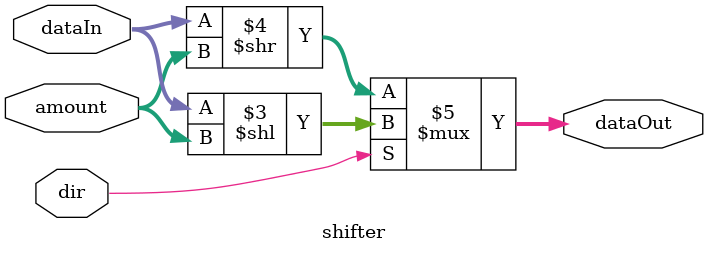
<source format=v>
`timescale 1ns / 1ps
module shifter(dataIn,amount,dir,dataOut);

function integer log2;
  input integer value;
  begin
    value = value-1;
    for (log2=0; value>0; log2=log2+1)
      value = value>>1;
  end
endfunction

   parameter data_width_in = 8;
	parameter shiftAmount = 10;
	localparam shiftBits = log2(shiftAmount);	
	parameter data_width_out = shiftAmount+data_width_in;
	
	input dir;
	input signed[data_width_in-1:0] dataIn;
	input[shiftBits-1:0] amount;
	output signed[data_width_out-1:0] dataOut;

	assign dataOut = (dir) ? dataIn << amount : dataIn >> amount;
			
endmodule

</source>
